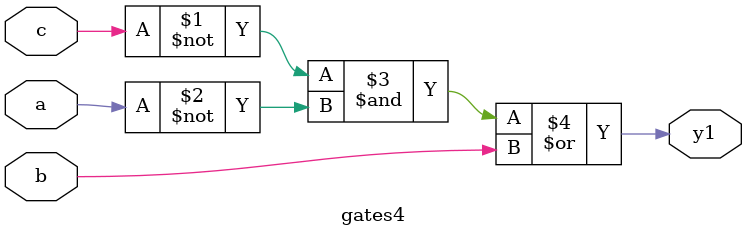
<source format=v>




module gateLeveling1(input wire A, B, C, output wire Y);  // ejercicio1.1

  wire a1,b1,c1,o1,o2,o3;

  not (a1, A);
  not (b1, B);
  not (c1, C);
  and (o1, a1, c1);
  and (o2, A, b1);
  and (o3, A, c1);
  or  (Y, o1, o2, o3);

endmodule  // ejercicio1.1


module gateLeveling2(input wire A, B, C, output wire Y);  // ejercicio1.2

  not (Y, B);

endmodule  // ejercicio1.2

//end Gate Level Modeling

module gateLeveling3(input wire A, B, C, D, output wire Y);  // ejercicio1.3

  wire a1,b1,c1,d1,o1,o2,o3,o4,o5,o6,o7,o8;

  not (a1, A);
  not (b1, B);
  not (c1, C);
  not (d1, D);
  and (o1, a1, b1, c1, d1);
  and (o2, A, B, c1, d1);
  and (o3, a1, B, c1, D);
  and (o4, A, b1, c1, D);
  and (o5, a1, b1, C, D);
  and (o6, A, B, C, D);
  and (o7, a1, B, C, d1);
  and (o8, A, b1, C, d1);
  or  (Y, o1, o2, o3, o4, o5, o6, o7, o8);

endmodule  // ejercicio1.3

module gateLeveling4(input wire A, B, C, D, output wire Y);  // ejercicio1.4

  wire d1,o1,o2,o3,o4,o5,o6,o7,o8;

  not (d1, D);
  and (o1, A, d1);
  and (o2, A, C);
  and (o3, A, B);
  or  (Y, o1, o2, o3);

endmodule  // ejercicio1.4

//operadores lógicos

module gates1(input wire a, b, c, d, output wire y1); //ejercicio2.1

  assign y1 = ~b & ~c & ~d |
              a & ~c |
              a & ~d |
              a & ~b ;

endmodule //end ejercicio2.1


module gates2(input wire a, b, c, output wire y1); //ejercicio2.2

  assign y1 = c |
              a |
               ~b ;

endmodule //end ejercicio2.2


module gates3(input wire a, b, c, d, output wire y1); //ejercicio2.3

  assign y1 = ~c & d |
              a & d  |
               ~b ;

endmodule //end ejercicio2.3

module gates4(input wire a, b, c, output wire y1); //ejercicio2.4

  assign y1 = ~c & ~a |
              b ;

endmodule //end ejercicio2.4
//operadores lógicos end

</source>
